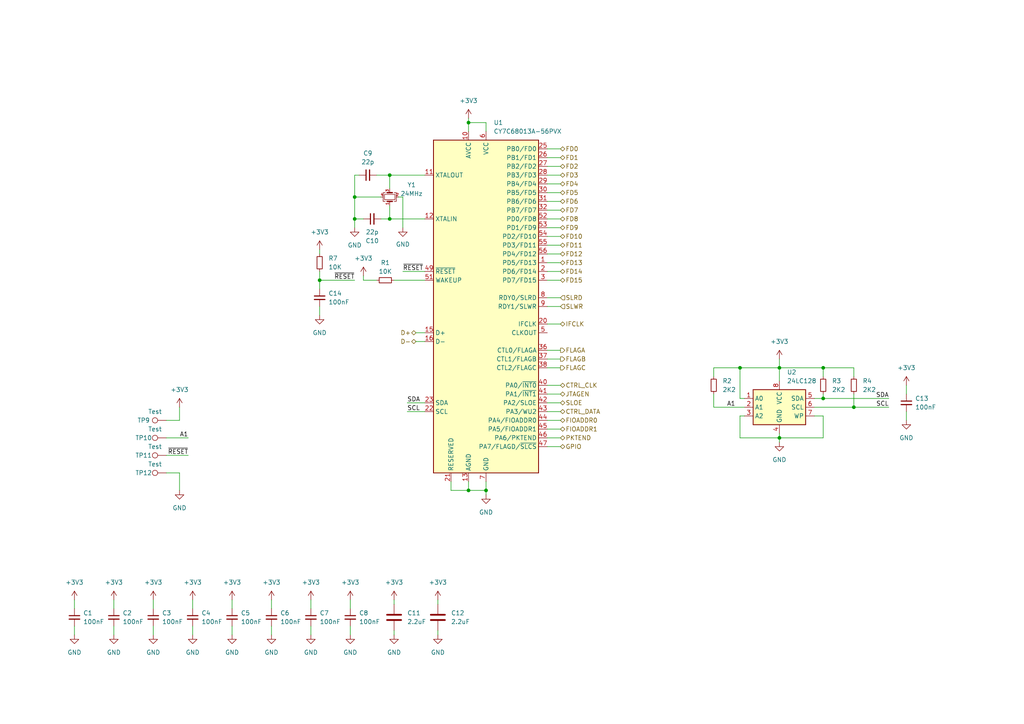
<source format=kicad_sch>
(kicad_sch (version 20231120) (generator "eeschema") (generator_version "8.0")
  (paper "A4")
  (lib_symbols
    (symbol "Connector:TestPoint" (pin_numbers hide) (pin_names (offset 0.762) hide)
      (property "Reference" "TP" (at 0 6.858 0))
      (property "Value" "TestPoint" (at 0 5.08 0))
      (symbol "TestPoint_0_1"
        (circle (center 0 3.302) (radius 0.762))
      )
      (symbol "TestPoint_1_1"
        (pin passive line (at 0 0 90) (length 2.54) (name "1") (number "1"))
      )
    )
    (symbol "Device:C" (pin_numbers hide) (pin_names (offset 0.254))
      (property "Reference" "C" (at 0.635 2.54 0))
      (property "Value" "C" (at 0.635 -2.54 0))
      (symbol "C_0_1"
        (polyline (pts (xy -2.032 -0.762) (xy 2.032 -0.762)) (stroke (width 0.508)))
        (polyline (pts (xy -2.032 0.762) (xy 2.032 0.762)) (stroke (width 0.508)))
      )
      (symbol "C_1_1"
        (pin passive line (at 0 3.81 270) (length 2.794) (name "~") (number "1"))
        (pin passive line (at 0 -3.81 90) (length 2.794) (name "~") (number "2"))
      )
    )
    (symbol "Device:C_Small" (pin_numbers hide) (pin_names (offset 0.254) hide)
      (property "Reference" "C" (at 0.254 1.778 0))
      (property "Value" "C_Small" (at 0.254 -2.032 0))
      (symbol "C_Small_0_1"
        (polyline (pts (xy -1.524 -0.508) (xy 1.524 -0.508)) (stroke (width 0.3302)))
        (polyline (pts (xy -1.524 0.508) (xy 1.524 0.508)) (stroke (width 0.3048)))
      )
      (symbol "C_Small_1_1"
        (pin passive line (at 0 2.54 270) (length 2.032) (name "~") (number "1"))
        (pin passive line (at 0 -2.54 90) (length 2.032) (name "~") (number "2"))
      )
    )
    (symbol "Device:Crystal_GND24_Small" (pin_names (offset 1.016) hide)
      (property "Reference" "Y" (at 1.27 4.445 0))
      (property "Value" "Crystal_GND24_Small" (at 1.27 2.54 0))
      (symbol "Crystal_GND24_Small_0_1"
        (rectangle (start -0.762 -1.524) (end 0.762 1.524))
        (polyline (pts (xy -1.27 -0.762) (xy -1.27 0.762)) (stroke (width 0.381)))
        (polyline (pts (xy 1.27 -0.762) (xy 1.27 0.762)) (stroke (width 0.381)))
        (polyline (pts (xy -1.27 -1.27) (xy -1.27 -1.905) (xy 1.27 -1.905) (xy 1.27 -1.27)))
        (polyline (pts (xy -1.27 1.27) (xy -1.27 1.905) (xy 1.27 1.905) (xy 1.27 1.27)))
      )
      (symbol "Crystal_GND24_Small_1_1"
        (pin passive line (at -2.54 0 0) (length 1.27) (name "1") (number "1"))
        (pin passive line (at 0 -2.54 90) (length 0.635) (name "2") (number "2"))
        (pin passive line (at 2.54 0 180) (length 1.27) (name "3") (number "3"))
        (pin passive line (at 0 2.54 270) (length 0.635) (name "4") (number "4"))
      )
    )
    (symbol "Device:R_Small" (pin_numbers hide) (pin_names (offset 0.254) hide)
      (property "Reference" "R" (at 0.762 0.508 0))
      (property "Value" "R_Small" (at 0.762 -1.016 0))
      (symbol "R_Small_0_1"
        (rectangle (start -0.762 1.778) (end 0.762 -1.778) (stroke (width 0.2032)))
      )
      (symbol "R_Small_1_1"
        (pin passive line (at 0 2.54 270) (length 0.762) (name "~") (number "1"))
        (pin passive line (at 0 -2.54 90) (length 0.762) (name "~") (number "2"))
      )
    )
    (symbol "MCU_Cypress:CY7C68013A-56PVX"
      (property "Reference" "U" (at -13.97 49.53 0))
      (property "Value" "CY7C68013A-56PVX" (at 12.7 49.53 0))
      (symbol "CY7C68013A-56PVX_0_1"
        (rectangle (start 15.24 -48.26) (end -15.24 48.26) (stroke (width 0.254)) (fill (type background)))
      )
      (symbol "CY7C68013A-56PVX_1_1"
        (pin bidirectional line (at 17.78 12.7 180) (length 2.54) (name "PD5/FD13") (number "1"))
        (pin power_in line (at -5.08 50.8 270) (length 2.54) (name "AVCC") (number "10"))
        (pin output line (at -17.78 38.1 0) (length 2.54) (name "XTALOUT") (number "11"))
        (pin input line (at -17.78 25.4 0) (length 2.54) (name "XTALIN") (number "12"))
        (pin power_in line (at -5.08 -50.8 90) (length 2.54) (name "AGND") (number "13"))
        (pin passive line (at -5.08 50.8 270) (length 2.54) hide (name "AVCC") (number "14"))
        (pin bidirectional line (at -17.78 -7.62 0) (length 2.54) (name "D+") (number "15"))
        (pin bidirectional line (at -17.78 -10.16 0) (length 2.54) (name "D-") (number "16"))
        (pin passive line (at -5.08 -50.8 90) (length 2.54) hide (name "AGND") (number "17"))
        (pin passive line (at 0 50.8 270) (length 2.54) hide (name "VCC") (number "18"))
        (pin passive line (at 0 -50.8 90) (length 2.54) hide (name "GND") (number "19"))
        (pin bidirectional line (at 17.78 10.16 180) (length 2.54) (name "PD6/FD14") (number "2"))
        (pin bidirectional line (at 17.78 -5.08 180) (length 2.54) (name "IFCLK") (number "20"))
        (pin input line (at -10.16 -50.8 90) (length 2.54) (name "RESERVED") (number "21"))
        (pin input line (at -17.78 -30.48 0) (length 2.54) (name "SCL") (number "22"))
        (pin bidirectional line (at -17.78 -27.94 0) (length 2.54) (name "SDA") (number "23"))
        (pin passive line (at 0 50.8 270) (length 2.54) hide (name "VCC") (number "24"))
        (pin bidirectional line (at 17.78 45.72 180) (length 2.54) (name "PB0/FD0") (number "25"))
        (pin bidirectional line (at 17.78 43.18 180) (length 2.54) (name "PB1/FD1") (number "26"))
        (pin bidirectional line (at 17.78 40.64 180) (length 2.54) (name "PB2/FD2") (number "27"))
        (pin bidirectional line (at 17.78 38.1 180) (length 2.54) (name "PB3/FD3") (number "28"))
        (pin bidirectional line (at 17.78 35.56 180) (length 2.54) (name "PB4/FD4") (number "29"))
        (pin bidirectional line (at 17.78 7.62 180) (length 2.54) (name "PD7/FD15") (number "3"))
        (pin bidirectional line (at 17.78 33.02 180) (length 2.54) (name "PB5/FD5") (number "30"))
        (pin bidirectional line (at 17.78 30.48 180) (length 2.54) (name "PB6/FD6") (number "31"))
        (pin bidirectional line (at 17.78 27.94 180) (length 2.54) (name "PB7/FD7") (number "32"))
        (pin passive line (at 0 -50.8 90) (length 2.54) hide (name "GND") (number "33"))
        (pin passive line (at 0 50.8 270) (length 2.54) hide (name "VCC") (number "34"))
        (pin passive line (at 0 -50.8 90) (length 2.54) hide (name "GND") (number "35"))
        (pin output line (at 17.78 -12.7 180) (length 2.54) (name "CTL0/FLAGA") (number "36"))
        (pin output line (at 17.78 -15.24 180) (length 2.54) (name "CTL1/FLAGB") (number "37"))
        (pin output line (at 17.78 -17.78 180) (length 2.54) (name "CTL2/FLAGC") (number "38"))
        (pin passive line (at 0 50.8 270) (length 2.54) hide (name "VCC") (number "39"))
        (pin passive line (at 0 -50.8 90) (length 2.54) hide (name "GND") (number "4"))
        (pin bidirectional line (at 17.78 -22.86 180) (length 2.54) (name "PA0/~{INT0}") (number "40"))
        (pin bidirectional line (at 17.78 -25.4 180) (length 2.54) (name "PA1/~{INT1}") (number "41"))
        (pin bidirectional line (at 17.78 -27.94 180) (length 2.54) (name "PA2/SLOE") (number "42"))
        (pin bidirectional line (at 17.78 -30.48 180) (length 2.54) (name "PA3/WU2") (number "43"))
        (pin bidirectional line (at 17.78 -33.02 180) (length 2.54) (name "PA4/FIOADDR0") (number "44"))
        (pin bidirectional line (at 17.78 -35.56 180) (length 2.54) (name "PA5/FIOADDR1") (number "45"))
        (pin bidirectional line (at 17.78 -38.1 180) (length 2.54) (name "PA6/PKTEND") (number "46"))
        (pin bidirectional line (at 17.78 -40.64 180) (length 2.54) (name "PA7/FLAGD/~{SLCS}") (number "47"))
        (pin passive line (at 0 -50.8 90) (length 2.54) hide (name "GND") (number "48"))
        (pin input line (at -17.78 10.16 0) (length 2.54) (name "~{RESET}") (number "49"))
        (pin output line (at 17.78 -7.62 180) (length 2.54) (name "CLKOUT") (number "5"))
        (pin passive line (at 0 50.8 270) (length 2.54) hide (name "VCC") (number "50"))
        (pin input line (at -17.78 7.62 0) (length 2.54) (name "WAKEUP") (number "51"))
        (pin bidirectional line (at 17.78 25.4 180) (length 2.54) (name "PD0/FD8") (number "52"))
        (pin bidirectional line (at 17.78 22.86 180) (length 2.54) (name "PD1/FD9") (number "53"))
        (pin bidirectional line (at 17.78 20.32 180) (length 2.54) (name "PD2/FD10") (number "54"))
        (pin bidirectional line (at 17.78 17.78 180) (length 2.54) (name "PD3/FD11") (number "55"))
        (pin bidirectional line (at 17.78 15.24 180) (length 2.54) (name "PD4/FD12") (number "56"))
        (pin power_in line (at 0 50.8 270) (length 2.54) (name "VCC") (number "6"))
        (pin power_in line (at 0 -50.8 90) (length 2.54) (name "GND") (number "7"))
        (pin input line (at 17.78 2.54 180) (length 2.54) (name "RDY0/SLRD") (number "8"))
        (pin input line (at 17.78 0 180) (length 2.54) (name "RDY1/SLWR") (number "9"))
      )
    )
    (symbol "Memory_EEPROM:24LC128"
      (property "Reference" "U" (at -6.35 6.35 0))
      (property "Value" "24LC128" (at 1.27 6.35 0))
      (symbol "24LC128_1_1"
        (rectangle (start -7.62 5.08) (end 7.62 -5.08) (stroke (width 0.254)) (fill (type background)))
        (pin input line (at -10.16 2.54 0) (length 2.54) (name "A0") (number "1"))
        (pin input line (at -10.16 0 0) (length 2.54) (name "A1") (number "2"))
        (pin input line (at -10.16 -2.54 0) (length 2.54) (name "A2") (number "3"))
        (pin power_in line (at 0 -7.62 90) (length 2.54) (name "GND") (number "4"))
        (pin bidirectional line (at 10.16 2.54 180) (length 2.54) (name "SDA") (number "5"))
        (pin input line (at 10.16 0 180) (length 2.54) (name "SCL") (number "6"))
        (pin input line (at 10.16 -2.54 180) (length 2.54) (name "WP") (number "7"))
        (pin power_in line (at 0 7.62 270) (length 2.54) (name "VCC") (number "8"))
      )
    )
    (symbol "power:+3V3" (power) (pin_names (offset 0))
      (property "Value" "+3V3" (at 0 3.556 0))
      (symbol "+3V3_0_1"
        (polyline (pts (xy -0.762 1.27) (xy 0 2.54)))
        (polyline (pts (xy 0 0) (xy 0 2.54)))
        (polyline (pts (xy 0 2.54) (xy 0.762 1.27)))
      )
      (symbol "+3V3_1_1"
        (pin power_in line (at 0 0 90) (length 0) hide (name "+3V3") (number "1"))
      )
    )
    (symbol "power:GND" (power) (pin_names (offset 0))
      (property "Value" "GND" (at 0 -3.81 0))
      (symbol "GND_0_1"
        (polyline (pts (xy 0 0) (xy 0 -1.27) (xy 1.27 -1.27) (xy 0 -2.54) (xy -1.27 -1.27) (xy 0 -1.27)))
      )
      (symbol "GND_1_1"
        (pin power_in line (at 0 0 270) (length 0) hide (name "GND") (number "1"))
      )
    )
  )
  (junction (at 226.06 106.68))
  (junction (at 102.87 63.5))
  (junction (at 214.63 106.68))
  (junction (at 226.06 127))
  (junction (at 113.03 63.5))
  (junction (at 135.89 142.24))
  (junction (at 113.03 50.8))
  (junction (at 238.76 106.68))
  (junction (at 135.89 35.56))
  (junction (at 92.71 81.28))
  (junction (at 102.87 57.15))
  (junction (at 238.76 115.57))
  (junction (at 140.97 142.24))
  (junction (at 247.65 118.11))
  (wire (pts (xy 214.63 106.68) (xy 226.06 106.68)))
  (wire (pts (xy 102.87 57.15) (xy 110.49 57.15)))
  (wire (pts (xy 236.22 115.57) (xy 238.76 115.57)))
  (wire (pts (xy 238.76 115.57) (xy 257.81 115.57)))
  (wire (pts (xy 114.3 81.28) (xy 123.19 81.28)))
  (wire (pts (xy 135.89 142.24) (xy 140.97 142.24)))
  (wire (pts (xy 67.31 184.15) (xy 67.31 181.61)))
  (wire (pts (xy 162.56 101.6) (xy 158.75 101.6)))
  (wire (pts (xy 123.19 63.5) (xy 113.03 63.5)))
  (wire (pts (xy 162.56 78.74) (xy 158.75 78.74)))
  (wire (pts (xy 162.56 68.58) (xy 158.75 68.58)))
  (wire (pts (xy 120.65 96.52) (xy 123.19 96.52)))
  (wire (pts (xy 90.17 184.15) (xy 90.17 181.61)))
  (wire (pts (xy 102.87 50.8) (xy 102.87 57.15)))
  (wire (pts (xy 123.19 50.8) (xy 113.03 50.8)))
  (wire (pts (xy 162.56 124.46) (xy 158.75 124.46)))
  (wire (pts (xy 162.56 55.88) (xy 158.75 55.88)))
  (wire (pts (xy 135.89 35.56) (xy 135.89 38.1)))
  (wire (pts (xy 52.07 121.92) (xy 52.07 118.11)))
  (wire (pts (xy 162.56 48.26) (xy 158.75 48.26)))
  (wire (pts (xy 162.56 81.28) (xy 158.75 81.28)))
  (wire (pts (xy 162.56 63.5) (xy 158.75 63.5)))
  (wire (pts (xy 140.97 142.24) (xy 140.97 139.7)))
  (wire (pts (xy 162.56 104.14) (xy 158.75 104.14)))
  (wire (pts (xy 48.26 127) (xy 54.61 127)))
  (wire (pts (xy 214.63 106.68) (xy 214.63 115.57)))
  (wire (pts (xy 130.81 139.7) (xy 130.81 142.24)))
  (wire (pts (xy 92.71 91.44) (xy 92.71 88.9)))
  (wire (pts (xy 21.59 184.15) (xy 21.59 181.61)))
  (wire (pts (xy 102.87 57.15) (xy 102.87 63.5)))
  (wire (pts (xy 105.41 81.28) (xy 109.22 81.28)))
  (wire (pts (xy 113.03 63.5) (xy 113.03 59.69)))
  (wire (pts (xy 162.56 73.66) (xy 158.75 73.66)))
  (wire (pts (xy 115.57 57.15) (xy 116.84 57.15)))
  (wire (pts (xy 247.65 109.22) (xy 247.65 106.68)))
  (wire (pts (xy 162.56 58.42) (xy 158.75 58.42)))
  (wire (pts (xy 92.71 72.39) (xy 92.71 73.66)))
  (wire (pts (xy 140.97 143.51) (xy 140.97 142.24)))
  (wire (pts (xy 162.56 129.54) (xy 158.75 129.54)))
  (wire (pts (xy 238.76 106.68) (xy 247.65 106.68)))
  (wire (pts (xy 48.26 137.16) (xy 52.07 137.16)))
  (wire (pts (xy 162.56 60.96) (xy 158.75 60.96)))
  (wire (pts (xy 162.56 45.72) (xy 158.75 45.72)))
  (wire (pts (xy 162.56 121.92) (xy 158.75 121.92)))
  (wire (pts (xy 162.56 114.3) (xy 158.75 114.3)))
  (wire (pts (xy 114.3 184.15) (xy 114.3 182.88)))
  (wire (pts (xy 162.56 66.04) (xy 158.75 66.04)))
  (wire (pts (xy 162.56 111.76) (xy 158.75 111.76)))
  (wire (pts (xy 116.84 57.15) (xy 116.84 66.04)))
  (wire (pts (xy 92.71 81.28) (xy 102.87 81.28)))
  (wire (pts (xy 162.56 127) (xy 158.75 127)))
  (wire (pts (xy 238.76 114.3) (xy 238.76 115.57)))
  (wire (pts (xy 207.01 114.3) (xy 207.01 118.11)))
  (wire (pts (xy 101.6 184.15) (xy 101.6 181.61)))
  (wire (pts (xy 162.56 116.84) (xy 158.75 116.84)))
  (wire (pts (xy 48.26 132.08) (xy 54.61 132.08)))
  (wire (pts (xy 67.31 173.99) (xy 67.31 176.53)))
  (wire (pts (xy 135.89 34.29) (xy 135.89 35.56)))
  (wire (pts (xy 135.89 139.7) (xy 135.89 142.24)))
  (wire (pts (xy 226.06 106.68) (xy 226.06 110.49)))
  (wire (pts (xy 114.3 173.99) (xy 114.3 175.26)))
  (wire (pts (xy 238.76 106.68) (xy 238.76 109.22)))
  (wire (pts (xy 118.11 116.84) (xy 123.19 116.84)))
  (wire (pts (xy 162.56 93.98) (xy 158.75 93.98)))
  (wire (pts (xy 226.06 104.14) (xy 226.06 106.68)))
  (wire (pts (xy 162.56 50.8) (xy 158.75 50.8)))
  (wire (pts (xy 214.63 120.65) (xy 215.9 120.65)))
  (wire (pts (xy 162.56 53.34) (xy 158.75 53.34)))
  (wire (pts (xy 90.17 173.99) (xy 90.17 176.53)))
  (wire (pts (xy 162.56 88.9) (xy 158.75 88.9)))
  (wire (pts (xy 162.56 106.68) (xy 158.75 106.68)))
  (wire (pts (xy 113.03 50.8) (xy 113.03 54.61)))
  (wire (pts (xy 52.07 137.16) (xy 52.07 142.24)))
  (wire (pts (xy 214.63 120.65) (xy 214.63 127)))
  (wire (pts (xy 78.74 173.99) (xy 78.74 176.53)))
  (wire (pts (xy 109.22 50.8) (xy 113.03 50.8)))
  (wire (pts (xy 127 184.15) (xy 127 182.88)))
  (wire (pts (xy 162.56 76.2) (xy 158.75 76.2)))
  (wire (pts (xy 116.84 78.74) (xy 123.19 78.74)))
  (wire (pts (xy 78.74 184.15) (xy 78.74 181.61)))
  (wire (pts (xy 140.97 38.1) (xy 140.97 35.56)))
  (wire (pts (xy 162.56 119.38) (xy 158.75 119.38)))
  (wire (pts (xy 44.45 184.15) (xy 44.45 181.61)))
  (wire (pts (xy 162.56 43.18) (xy 158.75 43.18)))
  (wire (pts (xy 207.01 118.11) (xy 215.9 118.11)))
  (wire (pts (xy 238.76 120.65) (xy 238.76 127)))
  (wire (pts (xy 226.06 127) (xy 226.06 125.73)))
  (wire (pts (xy 140.97 35.56) (xy 135.89 35.56)))
  (wire (pts (xy 120.65 99.06) (xy 123.19 99.06)))
  (wire (pts (xy 102.87 63.5) (xy 102.87 66.04)))
  (wire (pts (xy 92.71 81.28) (xy 92.71 83.82)))
  (wire (pts (xy 55.88 173.99) (xy 55.88 176.53)))
  (wire (pts (xy 214.63 127) (xy 226.06 127)))
  (wire (pts (xy 110.49 63.5) (xy 113.03 63.5)))
  (wire (pts (xy 207.01 109.22) (xy 207.01 106.68)))
  (wire (pts (xy 21.59 173.99) (xy 21.59 176.53)))
  (wire (pts (xy 214.63 115.57) (xy 215.9 115.57)))
  (wire (pts (xy 33.02 184.15) (xy 33.02 181.61)))
  (wire (pts (xy 118.11 119.38) (xy 123.19 119.38)))
  (wire (pts (xy 130.81 142.24) (xy 135.89 142.24)))
  (wire (pts (xy 92.71 78.74) (xy 92.71 81.28)))
  (wire (pts (xy 236.22 118.11) (xy 247.65 118.11)))
  (wire (pts (xy 238.76 127) (xy 226.06 127)))
  (wire (pts (xy 247.65 118.11) (xy 257.81 118.11)))
  (wire (pts (xy 104.14 50.8) (xy 102.87 50.8)))
  (wire (pts (xy 102.87 63.5) (xy 105.41 63.5)))
  (wire (pts (xy 247.65 114.3) (xy 247.65 118.11)))
  (wire (pts (xy 55.88 184.15) (xy 55.88 181.61)))
  (wire (pts (xy 162.56 86.36) (xy 158.75 86.36)))
  (wire (pts (xy 207.01 106.68) (xy 214.63 106.68)))
  (wire (pts (xy 48.26 121.92) (xy 52.07 121.92)))
  (wire (pts (xy 127 173.99) (xy 127 175.26)))
  (wire (pts (xy 236.22 120.65) (xy 238.76 120.65)))
  (wire (pts (xy 33.02 173.99) (xy 33.02 176.53)))
  (wire (pts (xy 262.89 111.76) (xy 262.89 114.3)))
  (wire (pts (xy 105.41 80.01) (xy 105.41 81.28)))
  (wire (pts (xy 44.45 173.99) (xy 44.45 176.53)))
  (wire (pts (xy 162.56 71.12) (xy 158.75 71.12)))
  (wire (pts (xy 101.6 173.99) (xy 101.6 176.53)))
  (wire (pts (xy 226.06 106.68) (xy 238.76 106.68)))
  (wire (pts (xy 262.89 121.92) (xy 262.89 119.38)))
  (wire (pts (xy 226.06 128.27) (xy 226.06 127)))
  (label "~{RESET}" (at 102.87 81.28 180))
  (label "A1" (at 210.82 118.11 0))
  (label "~{RESET}" (at 54.61 132.08 180))
  (label "SCL" (at 257.81 118.11 180))
  (label "SDA" (at 257.81 115.57 180))
  (label "A1" (at 54.61 127 180))
  (label "SDA" (at 118.11 116.84 0))
  (label "SCL" (at 118.11 119.38 0))
  (label "~{RESET}" (at 116.84 78.74 0))
  (hierarchical_label "PKTEND" (shape bidirectional) (at 162.56 127 0))
  (hierarchical_label "SLOE" (shape bidirectional) (at 162.56 116.84 0))
  (hierarchical_label "SLWR" (shape input) (at 162.56 88.9 0))
  (hierarchical_label "FIOADDR0" (shape bidirectional) (at 162.56 121.92 0))
  (hierarchical_label "FD1" (shape bidirectional) (at 162.56 45.72 0))
  (hierarchical_label "FD3" (shape bidirectional) (at 162.56 50.8 0))
  (hierarchical_label "FD4" (shape bidirectional) (at 162.56 53.34 0))
  (hierarchical_label "GPIO" (shape bidirectional) (at 162.56 129.54 0))
  (hierarchical_label "FD14" (shape bidirectional) (at 162.56 78.74 0))
  (hierarchical_label "SLRD" (shape input) (at 162.56 86.36 0))
  (hierarchical_label "FD7" (shape bidirectional) (at 162.56 60.96 0))
  (hierarchical_label "CTRL_DATA" (shape bidirectional) (at 162.56 119.38 0))
  (hierarchical_label "FLAGC" (shape output) (at 162.56 106.68 0))
  (hierarchical_label "FD11" (shape bidirectional) (at 162.56 71.12 0))
  (hierarchical_label "FD10" (shape bidirectional) (at 162.56 68.58 0))
  (hierarchical_label "FD9" (shape bidirectional) (at 162.56 66.04 0))
  (hierarchical_label "D+" (shape bidirectional) (at 120.65 96.52 180))
  (hierarchical_label "FD15" (shape bidirectional) (at 162.56 81.28 0))
  (hierarchical_label "FLAGA" (shape output) (at 162.56 101.6 0))
  (hierarchical_label "FD2" (shape bidirectional) (at 162.56 48.26 0))
  (hierarchical_label "FD8" (shape bidirectional) (at 162.56 63.5 0))
  (hierarchical_label "FD5" (shape bidirectional) (at 162.56 55.88 0))
  (hierarchical_label "CTRL_CLK" (shape bidirectional) (at 162.56 111.76 0))
  (hierarchical_label "FD6" (shape bidirectional) (at 162.56 58.42 0))
  (hierarchical_label "IFCLK" (shape bidirectional) (at 162.56 93.98 0))
  (hierarchical_label "FLAGB" (shape output) (at 162.56 104.14 0))
  (hierarchical_label "JTAGEN" (shape bidirectional) (at 162.56 114.3 0))
  (hierarchical_label "FD0" (shape bidirectional) (at 162.56 43.18 0))
  (hierarchical_label "FD13" (shape bidirectional) (at 162.56 76.2 0))
  (hierarchical_label "FD12" (shape bidirectional) (at 162.56 73.66 0))
  (hierarchical_label "D-" (shape bidirectional) (at 120.65 99.06 180))
  (hierarchical_label "FIOADDR1" (shape bidirectional) (at 162.56 124.46 0))
  (symbol (lib_id "Device:C") (at 127 179.07 0) (unit 1)
    (property "Reference" "C12" (at 130.81 177.7999 0) (effects (justify left)))
    (property "Value" "2.2uF" (at 130.81 180.3399 0) (effects (justify left)))
    (property "Footprint" "Capacitor_SMD:C_0603_1608Metric" (effects (hide yes)))
    (property "Description" "Unpolarized capacitor" (effects (hide yes)))
  )
  (symbol (lib_id "power:+3V3") (at 92.71 72.39 0) (unit 1)
    (property "Reference" "#PWR033" (effects (hide yes)))
    (property "Value" "+3V3" (at 92.71 67.31 0))
    (property "Description" "Power symbol creates a global label with name \"+3V3\"" (effects (hide yes)))
  )
  (symbol (lib_id "Connector:TestPoint") (at 48.26 121.92 90) (unit 1)
    (property "Reference" "TP9" (at 41.656 121.92 90))
    (property "Value" "Test" (at 44.958 119.38 90))
    (property "Footprint" "TestPoint:TestPoint_Pad_D1.0mm" (effects (hide yes)))
    (property "Description" "test point" (effects (hide yes)))
  )
  (symbol (lib_id "Device:C_Small") (at 21.59 179.07 0) (unit 1)
    (property "Reference" "C1" (at 24.13 177.8062 0) (effects (justify left)))
    (property "Value" "100nF" (at 24.13 180.3462 0) (effects (justify left)))
    (property "Footprint" "Capacitor_SMD:C_0402_1005Metric" (effects (hide yes)))
    (property "Description" "Unpolarized capacitor, small symbol" (effects (hide yes)))
  )
  (symbol (lib_id "Device:R_Small") (at 111.76 81.28 90) (unit 1)
    (property "Reference" "R1" (at 111.76 76.2 90))
    (property "Value" "10K" (at 111.76 78.74 90))
    (property "Footprint" "Resistor_SMD:R_0402_1005Metric" (effects (hide yes)))
    (property "Description" "Resistor, small symbol" (effects (hide yes)))
  )
  (symbol (lib_id "Device:R_Small") (at 92.71 76.2 0) (unit 1)
    (property "Reference" "R7" (at 95.25 74.9299 0) (effects (justify left)))
    (property "Value" "10K" (at 95.25 77.4699 0) (effects (justify left)))
    (property "Footprint" "Resistor_SMD:R_0402_1005Metric" (effects (hide yes)))
    (property "Description" "Resistor, small symbol" (effects (hide yes)))
  )
  (symbol (lib_id "power:+3V3") (at 262.89 111.76 0) (unit 1)
    (property "Reference" "#PWR028" (effects (hide yes)))
    (property "Value" "+3V3" (at 262.89 106.68 0))
    (property "Description" "Power symbol creates a global label with name \"+3V3\"" (effects (hide yes)))
  )
  (symbol (lib_id "power:+3V3") (at 67.31 173.99 0) (unit 1)
    (property "Reference" "#PWR09" (effects (hide yes)))
    (property "Value" "+3V3" (at 67.31 168.91 0))
    (property "Description" "Power symbol creates a global label with name \"+3V3\"" (effects (hide yes)))
  )
  (symbol (lib_id "power:+3V3") (at 226.06 104.14 0) (unit 1)
    (property "Reference" "#PWR026" (effects (hide yes)))
    (property "Value" "+3V3" (at 226.06 99.06 0))
    (property "Description" "Power symbol creates a global label with name \"+3V3\"" (effects (hide yes)))
  )
  (symbol (lib_id "Device:C_Small") (at 92.71 86.36 0) (unit 1)
    (property "Reference" "C14" (at 95.25 85.0962 0) (effects (justify left)))
    (property "Value" "100nF" (at 95.25 87.6362 0) (effects (justify left)))
    (property "Footprint" "Capacitor_SMD:C_0402_1005Metric" (effects (hide yes)))
    (property "Description" "Unpolarized capacitor, small symbol" (effects (hide yes)))
  )
  (symbol (lib_id "Connector:TestPoint") (at 48.26 127 90) (unit 1)
    (property "Reference" "TP10" (at 41.656 127 90))
    (property "Value" "Test" (at 44.958 124.46 90))
    (property "Footprint" "TestPoint:TestPoint_Pad_D1.0mm" (effects (hide yes)))
    (property "Description" "test point" (effects (hide yes)))
  )
  (symbol (lib_id "power:+3V3") (at 127 173.99 0) (unit 1)
    (property "Reference" "#PWR022" (effects (hide yes)))
    (property "Value" "+3V3" (at 127 168.91 0))
    (property "Description" "Power symbol creates a global label with name \"+3V3\"" (effects (hide yes)))
  )
  (symbol (lib_id "power:GND") (at 140.97 143.51 0) (unit 1)
    (property "Reference" "#PWR025" (effects (hide yes)))
    (property "Value" "GND" (at 140.97 148.59 0))
    (property "Description" "Power symbol creates a global label with name \"GND\" , ground" (effects (hide yes)))
  )
  (symbol (lib_id "Device:Crystal_GND24_Small") (at 113.03 57.15 90) (unit 1)
    (property "Reference" "Y1" (at 119.38 53.626 90))
    (property "Value" "24MHz" (at 119.38 56.166 90))
    (property "Footprint" "Crystal:Crystal_SMD_3225-4Pin_3.2x2.5mm" (effects (hide yes)))
    (property "Description" "Four pin crystal, GND on pins 2 and 4, small symbol" (effects (hide yes)))
  )
  (symbol (lib_id "power:GND") (at 101.6 184.15 0) (unit 1)
    (property "Reference" "#PWR016" (effects (hide yes)))
    (property "Value" "GND" (at 101.6 189.23 0))
    (property "Description" "Power symbol creates a global label with name \"GND\" , ground" (effects (hide yes)))
  )
  (symbol (lib_id "MCU_Cypress:CY7C68013A-56PVX") (at 140.97 88.9 0) (unit 1)
    (property "Reference" "U1" (at 143.1641 35.56 0) (effects (justify left)))
    (property "Value" "CY7C68013A-56PVX" (at 143.1641 38.1 0) (effects (justify left)))
    (property "Footprint" "Package_SO:SSOP-56_7.5x18.5mm_P0.635mm" (effects (hide yes)))
    (property "Datasheet" "http://www.cypress.com/file/138911/download" (effects (hide yes)))
    (property "Description" "CYPRESS FX2LP USB Microcontroller, 48MHz 8051, 16KB RAM, USB 2.0, I2C, SSOP-56" (effects (hide yes)))
  )
  (symbol (lib_id "power:GND") (at 55.88 184.15 0) (unit 1)
    (property "Reference" "#PWR08" (effects (hide yes)))
    (property "Value" "GND" (at 55.88 189.23 0))
    (property "Description" "Power symbol creates a global label with name \"GND\" , ground" (effects (hide yes)))
  )
  (symbol (lib_id "power:GND") (at 127 184.15 0) (unit 1)
    (property "Reference" "#PWR023" (effects (hide yes)))
    (property "Value" "GND" (at 127 189.23 0))
    (property "Description" "Power symbol creates a global label with name \"GND\" , ground" (effects (hide yes)))
  )
  (symbol (lib_id "Device:C_Small") (at 107.95 63.5 90) (mirror x) (unit 1)
    (property "Reference" "C10" (at 107.9563 69.85 90))
    (property "Value" "22p" (at 107.9563 67.31 90))
    (property "Footprint" "Capacitor_SMD:C_0402_1005Metric" (effects (hide yes)))
    (property "Description" "Unpolarized capacitor, small symbol" (effects (hide yes)))
  )
  (symbol (lib_id "Device:C_Small") (at 262.89 116.84 0) (unit 1)
    (property "Reference" "C13" (at 265.43 115.5762 0) (effects (justify left)))
    (property "Value" "100nF" (at 265.43 118.1162 0) (effects (justify left)))
    (property "Footprint" "Capacitor_SMD:C_0402_1005Metric" (effects (hide yes)))
    (property "Description" "Unpolarized capacitor, small symbol" (effects (hide yes)))
  )
  (symbol (lib_id "power:+3V3") (at 114.3 173.99 0) (unit 1)
    (property "Reference" "#PWR019" (effects (hide yes)))
    (property "Value" "+3V3" (at 114.3 168.91 0))
    (property "Description" "Power symbol creates a global label with name \"+3V3\"" (effects (hide yes)))
  )
  (symbol (lib_id "Device:R_Small") (at 247.65 111.76 0) (unit 1)
    (property "Reference" "R4" (at 250.19 110.4899 0) (effects (justify left)))
    (property "Value" "2K2" (at 250.19 113.0299 0) (effects (justify left)))
    (property "Footprint" "Resistor_SMD:R_0402_1005Metric" (effects (hide yes)))
    (property "Description" "Resistor, small symbol" (effects (hide yes)))
  )
  (symbol (lib_id "Device:C_Small") (at 44.45 179.07 0) (unit 1)
    (property "Reference" "C3" (at 46.99 177.8062 0) (effects (justify left)))
    (property "Value" "100nF" (at 46.99 180.3462 0) (effects (justify left)))
    (property "Footprint" "Capacitor_SMD:C_0402_1005Metric" (effects (hide yes)))
    (property "Description" "Unpolarized capacitor, small symbol" (effects (hide yes)))
  )
  (symbol (lib_id "Device:C_Small") (at 67.31 179.07 0) (unit 1)
    (property "Reference" "C5" (at 69.85 177.8062 0) (effects (justify left)))
    (property "Value" "100nF" (at 69.85 180.3462 0) (effects (justify left)))
    (property "Footprint" "Capacitor_SMD:C_0402_1005Metric" (effects (hide yes)))
    (property "Description" "Unpolarized capacitor, small symbol" (effects (hide yes)))
  )
  (symbol (lib_id "power:GND") (at 92.71 91.44 0) (unit 1)
    (property "Reference" "#PWR034" (effects (hide yes)))
    (property "Value" "GND" (at 92.71 96.52 0))
    (property "Description" "Power symbol creates a global label with name \"GND\" , ground" (effects (hide yes)))
  )
  (symbol (lib_id "power:GND") (at 52.07 142.24 0) (unit 1)
    (property "Reference" "#PWR0110" (effects (hide yes)))
    (property "Value" "GND" (at 52.07 147.32 0))
    (property "Description" "Power symbol creates a global label with name \"GND\" , ground" (effects (hide yes)))
  )
  (symbol (lib_id "power:+3V3") (at 78.74 173.99 0) (unit 1)
    (property "Reference" "#PWR011" (effects (hide yes)))
    (property "Value" "+3V3" (at 78.74 168.91 0))
    (property "Description" "Power symbol creates a global label with name \"+3V3\"" (effects (hide yes)))
  )
  (symbol (lib_id "power:GND") (at 67.31 184.15 0) (unit 1)
    (property "Reference" "#PWR010" (effects (hide yes)))
    (property "Value" "GND" (at 67.31 189.23 0))
    (property "Description" "Power symbol creates a global label with name \"GND\" , ground" (effects (hide yes)))
  )
  (symbol (lib_id "Device:C_Small") (at 101.6 179.07 0) (unit 1)
    (property "Reference" "C8" (at 104.14 177.8062 0) (effects (justify left)))
    (property "Value" "100nF" (at 104.14 180.3462 0) (effects (justify left)))
    (property "Footprint" "Capacitor_SMD:C_0402_1005Metric" (effects (hide yes)))
    (property "Description" "Unpolarized capacitor, small symbol" (effects (hide yes)))
  )
  (symbol (lib_id "Device:R_Small") (at 207.01 111.76 0) (unit 1)
    (property "Reference" "R2" (at 209.55 110.4899 0) (effects (justify left)))
    (property "Value" "2K2" (at 209.55 113.0299 0) (effects (justify left)))
    (property "Footprint" "Resistor_SMD:R_0402_1005Metric" (effects (hide yes)))
    (property "Description" "Resistor, small symbol" (effects (hide yes)))
  )
  (symbol (lib_id "power:+3V3") (at 135.89 34.29 0) (unit 1)
    (property "Reference" "#PWR024" (effects (hide yes)))
    (property "Value" "+3V3" (at 135.89 29.21 0))
    (property "Description" "Power symbol creates a global label with name \"+3V3\"" (effects (hide yes)))
  )
  (symbol (lib_id "power:+3V3") (at 33.02 173.99 0) (unit 1)
    (property "Reference" "#PWR03" (effects (hide yes)))
    (property "Value" "+3V3" (at 33.02 168.91 0))
    (property "Description" "Power symbol creates a global label with name \"+3V3\"" (effects (hide yes)))
  )
  (symbol (lib_id "Device:C_Small") (at 90.17 179.07 0) (unit 1)
    (property "Reference" "C7" (at 92.71 177.8062 0) (effects (justify left)))
    (property "Value" "100nF" (at 92.71 180.3462 0) (effects (justify left)))
    (property "Footprint" "Capacitor_SMD:C_0402_1005Metric" (effects (hide yes)))
    (property "Description" "Unpolarized capacitor, small symbol" (effects (hide yes)))
  )
  (symbol (lib_id "power:GND") (at 33.02 184.15 0) (unit 1)
    (property "Reference" "#PWR04" (effects (hide yes)))
    (property "Value" "GND" (at 33.02 189.23 0))
    (property "Description" "Power symbol creates a global label with name \"GND\" , ground" (effects (hide yes)))
  )
  (symbol (lib_id "power:GND") (at 21.59 184.15 0) (unit 1)
    (property "Reference" "#PWR02" (effects (hide yes)))
    (property "Value" "GND" (at 21.59 189.23 0))
    (property "Description" "Power symbol creates a global label with name \"GND\" , ground" (effects (hide yes)))
  )
  (symbol (lib_id "power:+3V3") (at 101.6 173.99 0) (unit 1)
    (property "Reference" "#PWR015" (effects (hide yes)))
    (property "Value" "+3V3" (at 101.6 168.91 0))
    (property "Description" "Power symbol creates a global label with name \"+3V3\"" (effects (hide yes)))
  )
  (symbol (lib_id "Device:C_Small") (at 33.02 179.07 0) (unit 1)
    (property "Reference" "C2" (at 35.56 177.8062 0) (effects (justify left)))
    (property "Value" "100nF" (at 35.56 180.3462 0) (effects (justify left)))
    (property "Footprint" "Capacitor_SMD:C_0402_1005Metric" (effects (hide yes)))
    (property "Description" "Unpolarized capacitor, small symbol" (effects (hide yes)))
  )
  (symbol (lib_id "Memory_EEPROM:24LC128") (at 226.06 118.11 0) (unit 1)
    (property "Reference" "U2" (at 228.2541 107.95 0) (effects (justify left)))
    (property "Value" "24LC128" (at 228.2541 110.49 0) (effects (justify left)))
    (property "Footprint" "Package_SO:SOIC-8_3.9x4.9mm_P1.27mm" (effects (hide yes)))
    (property "Datasheet" "http://ww1.microchip.com/downloads/en/DeviceDoc/21191s.pdf" (effects (hide yes)))
    (property "Description" "I2C Serial EEPROM, 128Kb, DIP-8/SOIC-8/TSSOP-8/DFN-8" (effects (hide yes)))
  )
  (symbol (lib_id "power:+3V3") (at 44.45 173.99 0) (unit 1)
    (property "Reference" "#PWR05" (effects (hide yes)))
    (property "Value" "+3V3" (at 44.45 168.91 0))
    (property "Description" "Power symbol creates a global label with name \"+3V3\"" (effects (hide yes)))
  )
  (symbol (lib_id "power:GND") (at 44.45 184.15 0) (unit 1)
    (property "Reference" "#PWR06" (effects (hide yes)))
    (property "Value" "GND" (at 44.45 189.23 0))
    (property "Description" "Power symbol creates a global label with name \"GND\" , ground" (effects (hide yes)))
  )
  (symbol (lib_id "Device:C_Small") (at 78.74 179.07 0) (unit 1)
    (property "Reference" "C6" (at 81.28 177.8062 0) (effects (justify left)))
    (property "Value" "100nF" (at 81.28 180.3462 0) (effects (justify left)))
    (property "Footprint" "Capacitor_SMD:C_0402_1005Metric" (effects (hide yes)))
    (property "Description" "Unpolarized capacitor, small symbol" (effects (hide yes)))
  )
  (symbol (lib_id "Device:R_Small") (at 238.76 111.76 0) (unit 1)
    (property "Reference" "R3" (at 241.3 110.4899 0) (effects (justify left)))
    (property "Value" "2K2" (at 241.3 113.0299 0) (effects (justify left)))
    (property "Footprint" "Resistor_SMD:R_0402_1005Metric" (effects (hide yes)))
    (property "Description" "Resistor, small symbol" (effects (hide yes)))
  )
  (symbol (lib_id "power:GND") (at 114.3 184.15 0) (unit 1)
    (property "Reference" "#PWR020" (effects (hide yes)))
    (property "Value" "GND" (at 114.3 189.23 0))
    (property "Description" "Power symbol creates a global label with name \"GND\" , ground" (effects (hide yes)))
  )
  (symbol (lib_id "power:+3V3") (at 52.07 118.11 0) (unit 1)
    (property "Reference" "#PWR0109" (effects (hide yes)))
    (property "Value" "+3V3" (at 52.07 113.03 0))
    (property "Description" "Power symbol creates a global label with name \"+3V3\"" (effects (hide yes)))
  )
  (symbol (lib_id "power:GND") (at 90.17 184.15 0) (unit 1)
    (property "Reference" "#PWR014" (effects (hide yes)))
    (property "Value" "GND" (at 90.17 189.23 0))
    (property "Description" "Power symbol creates a global label with name \"GND\" , ground" (effects (hide yes)))
  )
  (symbol (lib_id "Device:C_Small") (at 106.68 50.8 90) (unit 1)
    (property "Reference" "C9" (at 106.6863 44.45 90))
    (property "Value" "22p" (at 106.6863 46.99 90))
    (property "Footprint" "Capacitor_SMD:C_0402_1005Metric" (effects (hide yes)))
    (property "Description" "Unpolarized capacitor, small symbol" (effects (hide yes)))
  )
  (symbol (lib_id "Device:C_Small") (at 55.88 179.07 0) (unit 1)
    (property "Reference" "C4" (at 58.42 177.8062 0) (effects (justify left)))
    (property "Value" "100nF" (at 58.42 180.3462 0) (effects (justify left)))
    (property "Footprint" "Capacitor_SMD:C_0402_1005Metric" (effects (hide yes)))
    (property "Description" "Unpolarized capacitor, small symbol" (effects (hide yes)))
  )
  (symbol (lib_id "power:GND") (at 102.87 66.04 0) (unit 1)
    (property "Reference" "#PWR017" (effects (hide yes)))
    (property "Value" "GND" (at 102.87 71.12 0))
    (property "Description" "Power symbol creates a global label with name \"GND\" , ground" (effects (hide yes)))
  )
  (symbol (lib_id "Connector:TestPoint") (at 48.26 132.08 90) (unit 1)
    (property "Reference" "TP11" (at 41.656 132.08 90))
    (property "Value" "Test" (at 44.958 129.54 90))
    (property "Footprint" "TestPoint:TestPoint_Pad_D1.0mm" (effects (hide yes)))
    (property "Description" "test point" (effects (hide yes)))
  )
  (symbol (lib_id "Connector:TestPoint") (at 48.26 137.16 90) (unit 1)
    (property "Reference" "TP12" (at 41.656 137.16 90))
    (property "Value" "Test" (at 44.958 134.62 90))
    (property "Footprint" "TestPoint:TestPoint_Pad_D1.0mm" (effects (hide yes)))
    (property "Description" "test point" (effects (hide yes)))
  )
  (symbol (lib_id "power:GND") (at 226.06 128.27 0) (unit 1)
    (property "Reference" "#PWR027" (effects (hide yes)))
    (property "Value" "GND" (at 226.06 133.35 0))
    (property "Description" "Power symbol creates a global label with name \"GND\" , ground" (effects (hide yes)))
  )
  (symbol (lib_id "Device:C") (at 114.3 179.07 0) (unit 1)
    (property "Reference" "C11" (at 118.11 177.7999 0) (effects (justify left)))
    (property "Value" "2.2uF" (at 118.11 180.3399 0) (effects (justify left)))
    (property "Footprint" "Capacitor_SMD:C_0603_1608Metric" (effects (hide yes)))
    (property "Description" "Unpolarized capacitor" (effects (hide yes)))
  )
  (symbol (lib_id "power:+3V3") (at 21.59 173.99 0) (unit 1)
    (property "Reference" "#PWR01" (effects (hide yes)))
    (property "Value" "+3V3" (at 21.59 168.91 0))
    (property "Description" "Power symbol creates a global label with name \"+3V3\"" (effects (hide yes)))
  )
  (symbol (lib_id "power:+3V3") (at 90.17 173.99 0) (unit 1)
    (property "Reference" "#PWR013" (effects (hide yes)))
    (property "Value" "+3V3" (at 90.17 168.91 0))
    (property "Description" "Power symbol creates a global label with name \"+3V3\"" (effects (hide yes)))
  )
  (symbol (lib_id "power:+3V3") (at 55.88 173.99 0) (unit 1)
    (property "Reference" "#PWR07" (effects (hide yes)))
    (property "Value" "+3V3" (at 55.88 168.91 0))
    (property "Description" "Power symbol creates a global label with name \"+3V3\"" (effects (hide yes)))
  )
  (symbol (lib_id "power:GND") (at 78.74 184.15 0) (unit 1)
    (property "Reference" "#PWR012" (effects (hide yes)))
    (property "Value" "GND" (at 78.74 189.23 0))
    (property "Description" "Power symbol creates a global label with name \"GND\" , ground" (effects (hide yes)))
  )
  (symbol (lib_id "power:+3V3") (at 105.41 80.01 0) (unit 1)
    (property "Reference" "#PWR018" (effects (hide yes)))
    (property "Value" "+3V3" (at 105.41 74.93 0))
    (property "Description" "Power symbol creates a global label with name \"+3V3\"" (effects (hide yes)))
  )
  (symbol (lib_id "power:GND") (at 116.84 66.04 0) (unit 1)
    (property "Reference" "#PWR021" (effects (hide yes)))
    (property "Value" "GND" (at 116.84 70.866 0))
    (property "Description" "Power symbol creates a global label with name \"GND\" , ground" (effects (hide yes)))
  )
  (symbol (lib_id "power:GND") (at 262.89 121.92 0) (unit 1)
    (property "Reference" "#PWR029" (effects (hide yes)))
    (property "Value" "GND" (at 262.89 127 0))
    (property "Description" "Power symbol creates a global label with name \"GND\" , ground" (effects (hide yes)))
  )
)
</source>
